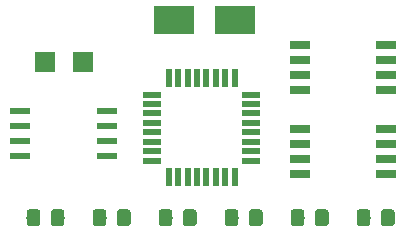
<source format=gtp>
G04 #@! TF.GenerationSoftware,KiCad,Pcbnew,5.0.2-bee76a0~70~ubuntu18.04.1*
G04 #@! TF.CreationDate,2019-02-19T10:16:34+11:00*
G04 #@! TF.ProjectId,BACEE,42414345-452e-46b6-9963-61645f706362,2*
G04 #@! TF.SameCoordinates,Original*
G04 #@! TF.FileFunction,Paste,Top*
G04 #@! TF.FilePolarity,Positive*
%FSLAX46Y46*%
G04 Gerber Fmt 4.6, Leading zero omitted, Abs format (unit mm)*
G04 Created by KiCad (PCBNEW 5.0.2-bee76a0~70~ubuntu18.04.1) date Tue 19 Feb 2019 10:16:34 AM AEDT*
%MOMM*%
%LPD*%
G01*
G04 APERTURE LIST*
%ADD10C,0.100000*%
%ADD11C,1.150000*%
%ADD12R,1.700000X0.650000*%
%ADD13R,1.750000X0.550000*%
%ADD14R,0.550000X1.500000*%
%ADD15R,1.500000X0.550000*%
%ADD16R,1.750000X1.800000*%
%ADD17R,3.500000X2.400000*%
G04 APERTURE END LIST*
D10*
G04 #@! TO.C,C1*
G36*
X123276505Y-109029204D02*
X123300773Y-109032804D01*
X123324572Y-109038765D01*
X123347671Y-109047030D01*
X123369850Y-109057520D01*
X123390893Y-109070132D01*
X123410599Y-109084747D01*
X123428777Y-109101223D01*
X123445253Y-109119401D01*
X123459868Y-109139107D01*
X123472480Y-109160150D01*
X123482970Y-109182329D01*
X123491235Y-109205428D01*
X123497196Y-109229227D01*
X123500796Y-109253495D01*
X123502000Y-109277999D01*
X123502000Y-110178001D01*
X123500796Y-110202505D01*
X123497196Y-110226773D01*
X123491235Y-110250572D01*
X123482970Y-110273671D01*
X123472480Y-110295850D01*
X123459868Y-110316893D01*
X123445253Y-110336599D01*
X123428777Y-110354777D01*
X123410599Y-110371253D01*
X123390893Y-110385868D01*
X123369850Y-110398480D01*
X123347671Y-110408970D01*
X123324572Y-110417235D01*
X123300773Y-110423196D01*
X123276505Y-110426796D01*
X123252001Y-110428000D01*
X122601999Y-110428000D01*
X122577495Y-110426796D01*
X122553227Y-110423196D01*
X122529428Y-110417235D01*
X122506329Y-110408970D01*
X122484150Y-110398480D01*
X122463107Y-110385868D01*
X122443401Y-110371253D01*
X122425223Y-110354777D01*
X122408747Y-110336599D01*
X122394132Y-110316893D01*
X122381520Y-110295850D01*
X122371030Y-110273671D01*
X122362765Y-110250572D01*
X122356804Y-110226773D01*
X122353204Y-110202505D01*
X122352000Y-110178001D01*
X122352000Y-109277999D01*
X122353204Y-109253495D01*
X122356804Y-109229227D01*
X122362765Y-109205428D01*
X122371030Y-109182329D01*
X122381520Y-109160150D01*
X122394132Y-109139107D01*
X122408747Y-109119401D01*
X122425223Y-109101223D01*
X122443401Y-109084747D01*
X122463107Y-109070132D01*
X122484150Y-109057520D01*
X122506329Y-109047030D01*
X122529428Y-109038765D01*
X122553227Y-109032804D01*
X122577495Y-109029204D01*
X122601999Y-109028000D01*
X123252001Y-109028000D01*
X123276505Y-109029204D01*
X123276505Y-109029204D01*
G37*
D11*
X122927000Y-109728000D03*
D10*
G36*
X125326505Y-109029204D02*
X125350773Y-109032804D01*
X125374572Y-109038765D01*
X125397671Y-109047030D01*
X125419850Y-109057520D01*
X125440893Y-109070132D01*
X125460599Y-109084747D01*
X125478777Y-109101223D01*
X125495253Y-109119401D01*
X125509868Y-109139107D01*
X125522480Y-109160150D01*
X125532970Y-109182329D01*
X125541235Y-109205428D01*
X125547196Y-109229227D01*
X125550796Y-109253495D01*
X125552000Y-109277999D01*
X125552000Y-110178001D01*
X125550796Y-110202505D01*
X125547196Y-110226773D01*
X125541235Y-110250572D01*
X125532970Y-110273671D01*
X125522480Y-110295850D01*
X125509868Y-110316893D01*
X125495253Y-110336599D01*
X125478777Y-110354777D01*
X125460599Y-110371253D01*
X125440893Y-110385868D01*
X125419850Y-110398480D01*
X125397671Y-110408970D01*
X125374572Y-110417235D01*
X125350773Y-110423196D01*
X125326505Y-110426796D01*
X125302001Y-110428000D01*
X124651999Y-110428000D01*
X124627495Y-110426796D01*
X124603227Y-110423196D01*
X124579428Y-110417235D01*
X124556329Y-110408970D01*
X124534150Y-110398480D01*
X124513107Y-110385868D01*
X124493401Y-110371253D01*
X124475223Y-110354777D01*
X124458747Y-110336599D01*
X124444132Y-110316893D01*
X124431520Y-110295850D01*
X124421030Y-110273671D01*
X124412765Y-110250572D01*
X124406804Y-110226773D01*
X124403204Y-110202505D01*
X124402000Y-110178001D01*
X124402000Y-109277999D01*
X124403204Y-109253495D01*
X124406804Y-109229227D01*
X124412765Y-109205428D01*
X124421030Y-109182329D01*
X124431520Y-109160150D01*
X124444132Y-109139107D01*
X124458747Y-109119401D01*
X124475223Y-109101223D01*
X124493401Y-109084747D01*
X124513107Y-109070132D01*
X124534150Y-109057520D01*
X124556329Y-109047030D01*
X124579428Y-109038765D01*
X124603227Y-109032804D01*
X124627495Y-109029204D01*
X124651999Y-109028000D01*
X125302001Y-109028000D01*
X125326505Y-109029204D01*
X125326505Y-109029204D01*
G37*
D11*
X124977000Y-109728000D03*
G04 #@! TD*
D10*
G04 #@! TO.C,C2*
G36*
X130914505Y-109029204D02*
X130938773Y-109032804D01*
X130962572Y-109038765D01*
X130985671Y-109047030D01*
X131007850Y-109057520D01*
X131028893Y-109070132D01*
X131048599Y-109084747D01*
X131066777Y-109101223D01*
X131083253Y-109119401D01*
X131097868Y-109139107D01*
X131110480Y-109160150D01*
X131120970Y-109182329D01*
X131129235Y-109205428D01*
X131135196Y-109229227D01*
X131138796Y-109253495D01*
X131140000Y-109277999D01*
X131140000Y-110178001D01*
X131138796Y-110202505D01*
X131135196Y-110226773D01*
X131129235Y-110250572D01*
X131120970Y-110273671D01*
X131110480Y-110295850D01*
X131097868Y-110316893D01*
X131083253Y-110336599D01*
X131066777Y-110354777D01*
X131048599Y-110371253D01*
X131028893Y-110385868D01*
X131007850Y-110398480D01*
X130985671Y-110408970D01*
X130962572Y-110417235D01*
X130938773Y-110423196D01*
X130914505Y-110426796D01*
X130890001Y-110428000D01*
X130239999Y-110428000D01*
X130215495Y-110426796D01*
X130191227Y-110423196D01*
X130167428Y-110417235D01*
X130144329Y-110408970D01*
X130122150Y-110398480D01*
X130101107Y-110385868D01*
X130081401Y-110371253D01*
X130063223Y-110354777D01*
X130046747Y-110336599D01*
X130032132Y-110316893D01*
X130019520Y-110295850D01*
X130009030Y-110273671D01*
X130000765Y-110250572D01*
X129994804Y-110226773D01*
X129991204Y-110202505D01*
X129990000Y-110178001D01*
X129990000Y-109277999D01*
X129991204Y-109253495D01*
X129994804Y-109229227D01*
X130000765Y-109205428D01*
X130009030Y-109182329D01*
X130019520Y-109160150D01*
X130032132Y-109139107D01*
X130046747Y-109119401D01*
X130063223Y-109101223D01*
X130081401Y-109084747D01*
X130101107Y-109070132D01*
X130122150Y-109057520D01*
X130144329Y-109047030D01*
X130167428Y-109038765D01*
X130191227Y-109032804D01*
X130215495Y-109029204D01*
X130239999Y-109028000D01*
X130890001Y-109028000D01*
X130914505Y-109029204D01*
X130914505Y-109029204D01*
G37*
D11*
X130565000Y-109728000D03*
D10*
G36*
X128864505Y-109029204D02*
X128888773Y-109032804D01*
X128912572Y-109038765D01*
X128935671Y-109047030D01*
X128957850Y-109057520D01*
X128978893Y-109070132D01*
X128998599Y-109084747D01*
X129016777Y-109101223D01*
X129033253Y-109119401D01*
X129047868Y-109139107D01*
X129060480Y-109160150D01*
X129070970Y-109182329D01*
X129079235Y-109205428D01*
X129085196Y-109229227D01*
X129088796Y-109253495D01*
X129090000Y-109277999D01*
X129090000Y-110178001D01*
X129088796Y-110202505D01*
X129085196Y-110226773D01*
X129079235Y-110250572D01*
X129070970Y-110273671D01*
X129060480Y-110295850D01*
X129047868Y-110316893D01*
X129033253Y-110336599D01*
X129016777Y-110354777D01*
X128998599Y-110371253D01*
X128978893Y-110385868D01*
X128957850Y-110398480D01*
X128935671Y-110408970D01*
X128912572Y-110417235D01*
X128888773Y-110423196D01*
X128864505Y-110426796D01*
X128840001Y-110428000D01*
X128189999Y-110428000D01*
X128165495Y-110426796D01*
X128141227Y-110423196D01*
X128117428Y-110417235D01*
X128094329Y-110408970D01*
X128072150Y-110398480D01*
X128051107Y-110385868D01*
X128031401Y-110371253D01*
X128013223Y-110354777D01*
X127996747Y-110336599D01*
X127982132Y-110316893D01*
X127969520Y-110295850D01*
X127959030Y-110273671D01*
X127950765Y-110250572D01*
X127944804Y-110226773D01*
X127941204Y-110202505D01*
X127940000Y-110178001D01*
X127940000Y-109277999D01*
X127941204Y-109253495D01*
X127944804Y-109229227D01*
X127950765Y-109205428D01*
X127959030Y-109182329D01*
X127969520Y-109160150D01*
X127982132Y-109139107D01*
X127996747Y-109119401D01*
X128013223Y-109101223D01*
X128031401Y-109084747D01*
X128051107Y-109070132D01*
X128072150Y-109057520D01*
X128094329Y-109047030D01*
X128117428Y-109038765D01*
X128141227Y-109032804D01*
X128165495Y-109029204D01*
X128189999Y-109028000D01*
X128840001Y-109028000D01*
X128864505Y-109029204D01*
X128864505Y-109029204D01*
G37*
D11*
X128515000Y-109728000D03*
G04 #@! TD*
D10*
G04 #@! TO.C,C3*
G36*
X134452505Y-109029204D02*
X134476773Y-109032804D01*
X134500572Y-109038765D01*
X134523671Y-109047030D01*
X134545850Y-109057520D01*
X134566893Y-109070132D01*
X134586599Y-109084747D01*
X134604777Y-109101223D01*
X134621253Y-109119401D01*
X134635868Y-109139107D01*
X134648480Y-109160150D01*
X134658970Y-109182329D01*
X134667235Y-109205428D01*
X134673196Y-109229227D01*
X134676796Y-109253495D01*
X134678000Y-109277999D01*
X134678000Y-110178001D01*
X134676796Y-110202505D01*
X134673196Y-110226773D01*
X134667235Y-110250572D01*
X134658970Y-110273671D01*
X134648480Y-110295850D01*
X134635868Y-110316893D01*
X134621253Y-110336599D01*
X134604777Y-110354777D01*
X134586599Y-110371253D01*
X134566893Y-110385868D01*
X134545850Y-110398480D01*
X134523671Y-110408970D01*
X134500572Y-110417235D01*
X134476773Y-110423196D01*
X134452505Y-110426796D01*
X134428001Y-110428000D01*
X133777999Y-110428000D01*
X133753495Y-110426796D01*
X133729227Y-110423196D01*
X133705428Y-110417235D01*
X133682329Y-110408970D01*
X133660150Y-110398480D01*
X133639107Y-110385868D01*
X133619401Y-110371253D01*
X133601223Y-110354777D01*
X133584747Y-110336599D01*
X133570132Y-110316893D01*
X133557520Y-110295850D01*
X133547030Y-110273671D01*
X133538765Y-110250572D01*
X133532804Y-110226773D01*
X133529204Y-110202505D01*
X133528000Y-110178001D01*
X133528000Y-109277999D01*
X133529204Y-109253495D01*
X133532804Y-109229227D01*
X133538765Y-109205428D01*
X133547030Y-109182329D01*
X133557520Y-109160150D01*
X133570132Y-109139107D01*
X133584747Y-109119401D01*
X133601223Y-109101223D01*
X133619401Y-109084747D01*
X133639107Y-109070132D01*
X133660150Y-109057520D01*
X133682329Y-109047030D01*
X133705428Y-109038765D01*
X133729227Y-109032804D01*
X133753495Y-109029204D01*
X133777999Y-109028000D01*
X134428001Y-109028000D01*
X134452505Y-109029204D01*
X134452505Y-109029204D01*
G37*
D11*
X134103000Y-109728000D03*
D10*
G36*
X136502505Y-109029204D02*
X136526773Y-109032804D01*
X136550572Y-109038765D01*
X136573671Y-109047030D01*
X136595850Y-109057520D01*
X136616893Y-109070132D01*
X136636599Y-109084747D01*
X136654777Y-109101223D01*
X136671253Y-109119401D01*
X136685868Y-109139107D01*
X136698480Y-109160150D01*
X136708970Y-109182329D01*
X136717235Y-109205428D01*
X136723196Y-109229227D01*
X136726796Y-109253495D01*
X136728000Y-109277999D01*
X136728000Y-110178001D01*
X136726796Y-110202505D01*
X136723196Y-110226773D01*
X136717235Y-110250572D01*
X136708970Y-110273671D01*
X136698480Y-110295850D01*
X136685868Y-110316893D01*
X136671253Y-110336599D01*
X136654777Y-110354777D01*
X136636599Y-110371253D01*
X136616893Y-110385868D01*
X136595850Y-110398480D01*
X136573671Y-110408970D01*
X136550572Y-110417235D01*
X136526773Y-110423196D01*
X136502505Y-110426796D01*
X136478001Y-110428000D01*
X135827999Y-110428000D01*
X135803495Y-110426796D01*
X135779227Y-110423196D01*
X135755428Y-110417235D01*
X135732329Y-110408970D01*
X135710150Y-110398480D01*
X135689107Y-110385868D01*
X135669401Y-110371253D01*
X135651223Y-110354777D01*
X135634747Y-110336599D01*
X135620132Y-110316893D01*
X135607520Y-110295850D01*
X135597030Y-110273671D01*
X135588765Y-110250572D01*
X135582804Y-110226773D01*
X135579204Y-110202505D01*
X135578000Y-110178001D01*
X135578000Y-109277999D01*
X135579204Y-109253495D01*
X135582804Y-109229227D01*
X135588765Y-109205428D01*
X135597030Y-109182329D01*
X135607520Y-109160150D01*
X135620132Y-109139107D01*
X135634747Y-109119401D01*
X135651223Y-109101223D01*
X135669401Y-109084747D01*
X135689107Y-109070132D01*
X135710150Y-109057520D01*
X135732329Y-109047030D01*
X135755428Y-109038765D01*
X135779227Y-109032804D01*
X135803495Y-109029204D01*
X135827999Y-109028000D01*
X136478001Y-109028000D01*
X136502505Y-109029204D01*
X136502505Y-109029204D01*
G37*
D11*
X136153000Y-109728000D03*
G04 #@! TD*
D10*
G04 #@! TO.C,R1*
G36*
X114150505Y-109029204D02*
X114174773Y-109032804D01*
X114198572Y-109038765D01*
X114221671Y-109047030D01*
X114243850Y-109057520D01*
X114264893Y-109070132D01*
X114284599Y-109084747D01*
X114302777Y-109101223D01*
X114319253Y-109119401D01*
X114333868Y-109139107D01*
X114346480Y-109160150D01*
X114356970Y-109182329D01*
X114365235Y-109205428D01*
X114371196Y-109229227D01*
X114374796Y-109253495D01*
X114376000Y-109277999D01*
X114376000Y-110178001D01*
X114374796Y-110202505D01*
X114371196Y-110226773D01*
X114365235Y-110250572D01*
X114356970Y-110273671D01*
X114346480Y-110295850D01*
X114333868Y-110316893D01*
X114319253Y-110336599D01*
X114302777Y-110354777D01*
X114284599Y-110371253D01*
X114264893Y-110385868D01*
X114243850Y-110398480D01*
X114221671Y-110408970D01*
X114198572Y-110417235D01*
X114174773Y-110423196D01*
X114150505Y-110426796D01*
X114126001Y-110428000D01*
X113475999Y-110428000D01*
X113451495Y-110426796D01*
X113427227Y-110423196D01*
X113403428Y-110417235D01*
X113380329Y-110408970D01*
X113358150Y-110398480D01*
X113337107Y-110385868D01*
X113317401Y-110371253D01*
X113299223Y-110354777D01*
X113282747Y-110336599D01*
X113268132Y-110316893D01*
X113255520Y-110295850D01*
X113245030Y-110273671D01*
X113236765Y-110250572D01*
X113230804Y-110226773D01*
X113227204Y-110202505D01*
X113226000Y-110178001D01*
X113226000Y-109277999D01*
X113227204Y-109253495D01*
X113230804Y-109229227D01*
X113236765Y-109205428D01*
X113245030Y-109182329D01*
X113255520Y-109160150D01*
X113268132Y-109139107D01*
X113282747Y-109119401D01*
X113299223Y-109101223D01*
X113317401Y-109084747D01*
X113337107Y-109070132D01*
X113358150Y-109057520D01*
X113380329Y-109047030D01*
X113403428Y-109038765D01*
X113427227Y-109032804D01*
X113451495Y-109029204D01*
X113475999Y-109028000D01*
X114126001Y-109028000D01*
X114150505Y-109029204D01*
X114150505Y-109029204D01*
G37*
D11*
X113801000Y-109728000D03*
D10*
G36*
X112100505Y-109029204D02*
X112124773Y-109032804D01*
X112148572Y-109038765D01*
X112171671Y-109047030D01*
X112193850Y-109057520D01*
X112214893Y-109070132D01*
X112234599Y-109084747D01*
X112252777Y-109101223D01*
X112269253Y-109119401D01*
X112283868Y-109139107D01*
X112296480Y-109160150D01*
X112306970Y-109182329D01*
X112315235Y-109205428D01*
X112321196Y-109229227D01*
X112324796Y-109253495D01*
X112326000Y-109277999D01*
X112326000Y-110178001D01*
X112324796Y-110202505D01*
X112321196Y-110226773D01*
X112315235Y-110250572D01*
X112306970Y-110273671D01*
X112296480Y-110295850D01*
X112283868Y-110316893D01*
X112269253Y-110336599D01*
X112252777Y-110354777D01*
X112234599Y-110371253D01*
X112214893Y-110385868D01*
X112193850Y-110398480D01*
X112171671Y-110408970D01*
X112148572Y-110417235D01*
X112124773Y-110423196D01*
X112100505Y-110426796D01*
X112076001Y-110428000D01*
X111425999Y-110428000D01*
X111401495Y-110426796D01*
X111377227Y-110423196D01*
X111353428Y-110417235D01*
X111330329Y-110408970D01*
X111308150Y-110398480D01*
X111287107Y-110385868D01*
X111267401Y-110371253D01*
X111249223Y-110354777D01*
X111232747Y-110336599D01*
X111218132Y-110316893D01*
X111205520Y-110295850D01*
X111195030Y-110273671D01*
X111186765Y-110250572D01*
X111180804Y-110226773D01*
X111177204Y-110202505D01*
X111176000Y-110178001D01*
X111176000Y-109277999D01*
X111177204Y-109253495D01*
X111180804Y-109229227D01*
X111186765Y-109205428D01*
X111195030Y-109182329D01*
X111205520Y-109160150D01*
X111218132Y-109139107D01*
X111232747Y-109119401D01*
X111249223Y-109101223D01*
X111267401Y-109084747D01*
X111287107Y-109070132D01*
X111308150Y-109057520D01*
X111330329Y-109047030D01*
X111353428Y-109038765D01*
X111377227Y-109032804D01*
X111401495Y-109029204D01*
X111425999Y-109028000D01*
X112076001Y-109028000D01*
X112100505Y-109029204D01*
X112100505Y-109029204D01*
G37*
D11*
X111751000Y-109728000D03*
G04 #@! TD*
D10*
G04 #@! TO.C,R2*
G36*
X117688505Y-109029204D02*
X117712773Y-109032804D01*
X117736572Y-109038765D01*
X117759671Y-109047030D01*
X117781850Y-109057520D01*
X117802893Y-109070132D01*
X117822599Y-109084747D01*
X117840777Y-109101223D01*
X117857253Y-109119401D01*
X117871868Y-109139107D01*
X117884480Y-109160150D01*
X117894970Y-109182329D01*
X117903235Y-109205428D01*
X117909196Y-109229227D01*
X117912796Y-109253495D01*
X117914000Y-109277999D01*
X117914000Y-110178001D01*
X117912796Y-110202505D01*
X117909196Y-110226773D01*
X117903235Y-110250572D01*
X117894970Y-110273671D01*
X117884480Y-110295850D01*
X117871868Y-110316893D01*
X117857253Y-110336599D01*
X117840777Y-110354777D01*
X117822599Y-110371253D01*
X117802893Y-110385868D01*
X117781850Y-110398480D01*
X117759671Y-110408970D01*
X117736572Y-110417235D01*
X117712773Y-110423196D01*
X117688505Y-110426796D01*
X117664001Y-110428000D01*
X117013999Y-110428000D01*
X116989495Y-110426796D01*
X116965227Y-110423196D01*
X116941428Y-110417235D01*
X116918329Y-110408970D01*
X116896150Y-110398480D01*
X116875107Y-110385868D01*
X116855401Y-110371253D01*
X116837223Y-110354777D01*
X116820747Y-110336599D01*
X116806132Y-110316893D01*
X116793520Y-110295850D01*
X116783030Y-110273671D01*
X116774765Y-110250572D01*
X116768804Y-110226773D01*
X116765204Y-110202505D01*
X116764000Y-110178001D01*
X116764000Y-109277999D01*
X116765204Y-109253495D01*
X116768804Y-109229227D01*
X116774765Y-109205428D01*
X116783030Y-109182329D01*
X116793520Y-109160150D01*
X116806132Y-109139107D01*
X116820747Y-109119401D01*
X116837223Y-109101223D01*
X116855401Y-109084747D01*
X116875107Y-109070132D01*
X116896150Y-109057520D01*
X116918329Y-109047030D01*
X116941428Y-109038765D01*
X116965227Y-109032804D01*
X116989495Y-109029204D01*
X117013999Y-109028000D01*
X117664001Y-109028000D01*
X117688505Y-109029204D01*
X117688505Y-109029204D01*
G37*
D11*
X117339000Y-109728000D03*
D10*
G36*
X119738505Y-109029204D02*
X119762773Y-109032804D01*
X119786572Y-109038765D01*
X119809671Y-109047030D01*
X119831850Y-109057520D01*
X119852893Y-109070132D01*
X119872599Y-109084747D01*
X119890777Y-109101223D01*
X119907253Y-109119401D01*
X119921868Y-109139107D01*
X119934480Y-109160150D01*
X119944970Y-109182329D01*
X119953235Y-109205428D01*
X119959196Y-109229227D01*
X119962796Y-109253495D01*
X119964000Y-109277999D01*
X119964000Y-110178001D01*
X119962796Y-110202505D01*
X119959196Y-110226773D01*
X119953235Y-110250572D01*
X119944970Y-110273671D01*
X119934480Y-110295850D01*
X119921868Y-110316893D01*
X119907253Y-110336599D01*
X119890777Y-110354777D01*
X119872599Y-110371253D01*
X119852893Y-110385868D01*
X119831850Y-110398480D01*
X119809671Y-110408970D01*
X119786572Y-110417235D01*
X119762773Y-110423196D01*
X119738505Y-110426796D01*
X119714001Y-110428000D01*
X119063999Y-110428000D01*
X119039495Y-110426796D01*
X119015227Y-110423196D01*
X118991428Y-110417235D01*
X118968329Y-110408970D01*
X118946150Y-110398480D01*
X118925107Y-110385868D01*
X118905401Y-110371253D01*
X118887223Y-110354777D01*
X118870747Y-110336599D01*
X118856132Y-110316893D01*
X118843520Y-110295850D01*
X118833030Y-110273671D01*
X118824765Y-110250572D01*
X118818804Y-110226773D01*
X118815204Y-110202505D01*
X118814000Y-110178001D01*
X118814000Y-109277999D01*
X118815204Y-109253495D01*
X118818804Y-109229227D01*
X118824765Y-109205428D01*
X118833030Y-109182329D01*
X118843520Y-109160150D01*
X118856132Y-109139107D01*
X118870747Y-109119401D01*
X118887223Y-109101223D01*
X118905401Y-109084747D01*
X118925107Y-109070132D01*
X118946150Y-109057520D01*
X118968329Y-109047030D01*
X118991428Y-109038765D01*
X119015227Y-109032804D01*
X119039495Y-109029204D01*
X119063999Y-109028000D01*
X119714001Y-109028000D01*
X119738505Y-109029204D01*
X119738505Y-109029204D01*
G37*
D11*
X119389000Y-109728000D03*
G04 #@! TD*
D12*
G04 #@! TO.C,U1*
X128684000Y-95123000D03*
X128684000Y-96393000D03*
X128684000Y-97663000D03*
X128684000Y-98933000D03*
X135984000Y-98933000D03*
X135984000Y-97663000D03*
X135984000Y-96393000D03*
X135984000Y-95123000D03*
G04 #@! TD*
D13*
G04 #@! TO.C,U2*
X105012000Y-100711000D03*
X105012000Y-101981000D03*
X105012000Y-103251000D03*
X105012000Y-104521000D03*
X112412000Y-104521000D03*
X112412000Y-103251000D03*
X112412000Y-101981000D03*
X112412000Y-100711000D03*
G04 #@! TD*
D12*
G04 #@! TO.C,U3*
X135984000Y-102235000D03*
X135984000Y-103505000D03*
X135984000Y-104775000D03*
X135984000Y-106045000D03*
X128684000Y-106045000D03*
X128684000Y-104775000D03*
X128684000Y-103505000D03*
X128684000Y-102235000D03*
G04 #@! TD*
D14*
G04 #@! TO.C,U4*
X117596000Y-106308000D03*
D15*
X116196000Y-99308000D03*
X116196000Y-100108000D03*
X116196000Y-100908000D03*
X116196000Y-101708000D03*
X116196000Y-102508000D03*
X116196000Y-103308000D03*
X116196000Y-104108000D03*
X116196000Y-104908000D03*
D14*
X118396000Y-106308000D03*
X119196000Y-106308000D03*
X119996000Y-106308000D03*
X120796000Y-106308000D03*
X121596000Y-106308000D03*
X122396000Y-106308000D03*
X123196000Y-106308000D03*
D15*
X124596000Y-104908000D03*
X124596000Y-104108000D03*
X124596000Y-103308000D03*
X124596000Y-102508000D03*
X124596000Y-101708000D03*
X124596000Y-100908000D03*
X124596000Y-100108000D03*
X124596000Y-99308000D03*
D14*
X123196000Y-97908000D03*
X122396000Y-97908000D03*
X121596000Y-97908000D03*
X120796000Y-97908000D03*
X119996000Y-97908000D03*
X119196000Y-97908000D03*
X118396000Y-97908000D03*
X117596000Y-97908000D03*
G04 #@! TD*
D16*
G04 #@! TO.C,Y1*
X107087000Y-96520000D03*
X110337000Y-96520000D03*
G04 #@! TD*
D17*
G04 #@! TO.C,Y2*
X118050000Y-92964000D03*
X123250000Y-92964000D03*
G04 #@! TD*
D10*
G04 #@! TO.C,DS1*
G36*
X106503505Y-109029204D02*
X106527773Y-109032804D01*
X106551572Y-109038765D01*
X106574671Y-109047030D01*
X106596850Y-109057520D01*
X106617893Y-109070132D01*
X106637599Y-109084747D01*
X106655777Y-109101223D01*
X106672253Y-109119401D01*
X106686868Y-109139107D01*
X106699480Y-109160150D01*
X106709970Y-109182329D01*
X106718235Y-109205428D01*
X106724196Y-109229227D01*
X106727796Y-109253495D01*
X106729000Y-109277999D01*
X106729000Y-110178001D01*
X106727796Y-110202505D01*
X106724196Y-110226773D01*
X106718235Y-110250572D01*
X106709970Y-110273671D01*
X106699480Y-110295850D01*
X106686868Y-110316893D01*
X106672253Y-110336599D01*
X106655777Y-110354777D01*
X106637599Y-110371253D01*
X106617893Y-110385868D01*
X106596850Y-110398480D01*
X106574671Y-110408970D01*
X106551572Y-110417235D01*
X106527773Y-110423196D01*
X106503505Y-110426796D01*
X106479001Y-110428000D01*
X105828999Y-110428000D01*
X105804495Y-110426796D01*
X105780227Y-110423196D01*
X105756428Y-110417235D01*
X105733329Y-110408970D01*
X105711150Y-110398480D01*
X105690107Y-110385868D01*
X105670401Y-110371253D01*
X105652223Y-110354777D01*
X105635747Y-110336599D01*
X105621132Y-110316893D01*
X105608520Y-110295850D01*
X105598030Y-110273671D01*
X105589765Y-110250572D01*
X105583804Y-110226773D01*
X105580204Y-110202505D01*
X105579000Y-110178001D01*
X105579000Y-109277999D01*
X105580204Y-109253495D01*
X105583804Y-109229227D01*
X105589765Y-109205428D01*
X105598030Y-109182329D01*
X105608520Y-109160150D01*
X105621132Y-109139107D01*
X105635747Y-109119401D01*
X105652223Y-109101223D01*
X105670401Y-109084747D01*
X105690107Y-109070132D01*
X105711150Y-109057520D01*
X105733329Y-109047030D01*
X105756428Y-109038765D01*
X105780227Y-109032804D01*
X105804495Y-109029204D01*
X105828999Y-109028000D01*
X106479001Y-109028000D01*
X106503505Y-109029204D01*
X106503505Y-109029204D01*
G37*
D11*
X106154000Y-109728000D03*
D10*
G36*
X108553505Y-109029204D02*
X108577773Y-109032804D01*
X108601572Y-109038765D01*
X108624671Y-109047030D01*
X108646850Y-109057520D01*
X108667893Y-109070132D01*
X108687599Y-109084747D01*
X108705777Y-109101223D01*
X108722253Y-109119401D01*
X108736868Y-109139107D01*
X108749480Y-109160150D01*
X108759970Y-109182329D01*
X108768235Y-109205428D01*
X108774196Y-109229227D01*
X108777796Y-109253495D01*
X108779000Y-109277999D01*
X108779000Y-110178001D01*
X108777796Y-110202505D01*
X108774196Y-110226773D01*
X108768235Y-110250572D01*
X108759970Y-110273671D01*
X108749480Y-110295850D01*
X108736868Y-110316893D01*
X108722253Y-110336599D01*
X108705777Y-110354777D01*
X108687599Y-110371253D01*
X108667893Y-110385868D01*
X108646850Y-110398480D01*
X108624671Y-110408970D01*
X108601572Y-110417235D01*
X108577773Y-110423196D01*
X108553505Y-110426796D01*
X108529001Y-110428000D01*
X107878999Y-110428000D01*
X107854495Y-110426796D01*
X107830227Y-110423196D01*
X107806428Y-110417235D01*
X107783329Y-110408970D01*
X107761150Y-110398480D01*
X107740107Y-110385868D01*
X107720401Y-110371253D01*
X107702223Y-110354777D01*
X107685747Y-110336599D01*
X107671132Y-110316893D01*
X107658520Y-110295850D01*
X107648030Y-110273671D01*
X107639765Y-110250572D01*
X107633804Y-110226773D01*
X107630204Y-110202505D01*
X107629000Y-110178001D01*
X107629000Y-109277999D01*
X107630204Y-109253495D01*
X107633804Y-109229227D01*
X107639765Y-109205428D01*
X107648030Y-109182329D01*
X107658520Y-109160150D01*
X107671132Y-109139107D01*
X107685747Y-109119401D01*
X107702223Y-109101223D01*
X107720401Y-109084747D01*
X107740107Y-109070132D01*
X107761150Y-109057520D01*
X107783329Y-109047030D01*
X107806428Y-109038765D01*
X107830227Y-109032804D01*
X107854495Y-109029204D01*
X107878999Y-109028000D01*
X108529001Y-109028000D01*
X108553505Y-109029204D01*
X108553505Y-109029204D01*
G37*
D11*
X108204000Y-109728000D03*
G04 #@! TD*
M02*

</source>
